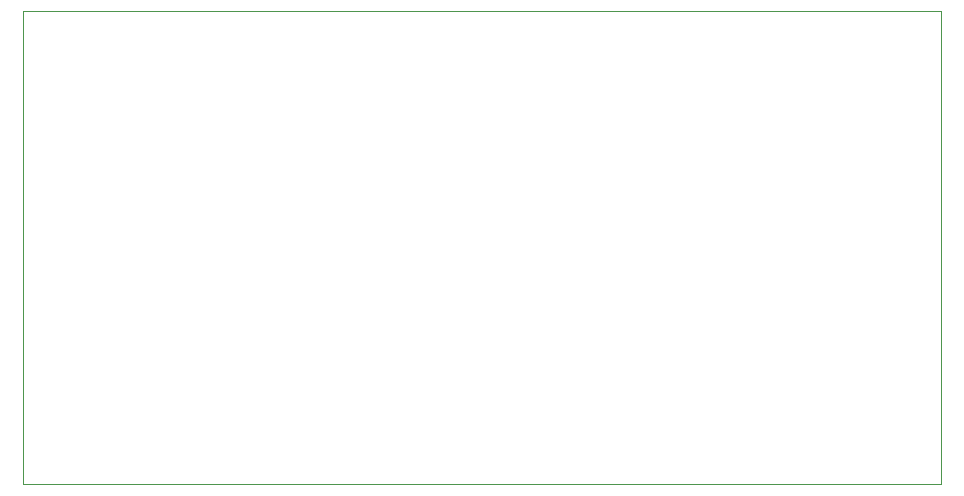
<source format=gm1>
%TF.GenerationSoftware,KiCad,Pcbnew,8.0.8*%
%TF.CreationDate,2025-02-13T16:18:38+01:00*%
%TF.ProjectId,T_lecommande,54e96c65-636f-46d6-9d61-6e64652e6b69,rev?*%
%TF.SameCoordinates,Original*%
%TF.FileFunction,Profile,NP*%
%FSLAX46Y46*%
G04 Gerber Fmt 4.6, Leading zero omitted, Abs format (unit mm)*
G04 Created by KiCad (PCBNEW 8.0.8) date 2025-02-13 16:18:38*
%MOMM*%
%LPD*%
G01*
G04 APERTURE LIST*
%TA.AperFunction,Profile*%
%ADD10C,0.050000*%
%TD*%
G04 APERTURE END LIST*
D10*
X50000000Y-50000000D02*
X127700000Y-50000000D01*
X127700000Y-90000000D01*
X50000000Y-90000000D01*
X50000000Y-50000000D01*
M02*

</source>
